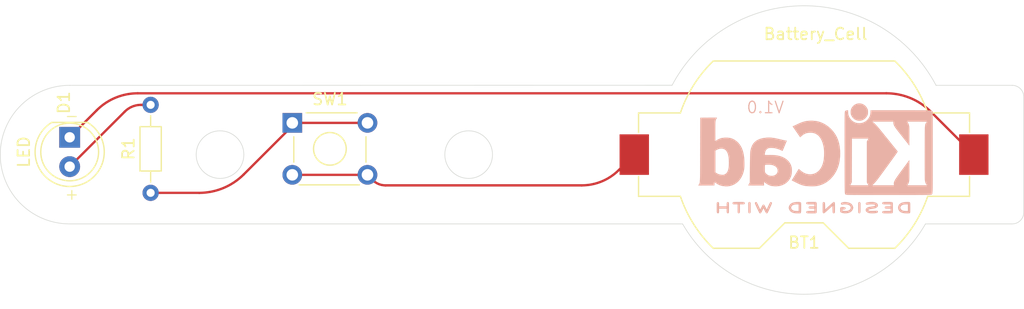
<source format=kicad_pcb>
(kicad_pcb (version 20241229) (generator "pcbnew") (generator_version "9.0")
  (title_block (title "LED Torch") (date "8/17/2025") (rev "0.1"))
  (layers (0 "F.Cu" signal) (2 "B.Cu" signal) (13 "F.Paste" user) (15 "B.Paste" user) (5 "F.SilkS" user "F.Silkscreen") (7 "B.SilkS" user "B.Silkscreen") (1 "F.Mask" user) (3 "B.Mask" user) (25 "Edge.Cuts" user))
  (net 0 "")
  (net 1 "/LED_Cathode")
  (net 2 "/bat_pos")
  (net 3 "/LED_anode")
  (net 4 "Net-(SW1A-A)")
  (footprint "LED_THT:LED_D5.0mm" (layer "F.Cu") (at 98.5 116 -90)
    (property "Reference" "D1" (at -3 0.5 90) (layer "F.SilkS"))
    (property "Value" "LED" (at 1.27 3.96 90) (layer "F.SilkS"))
    (pad "1" thru_hole rect (at 0 0 270) (size 1.8 1.8) (drill 0.9) (layers "*.Cu" "*.Mask") (net 1 "/LED_Cathode"))
    (pad "2" thru_hole circle (at 2.54 0 270) (size 1.8 1.8) (drill 0.9) (layers "*.Cu" "*.Mask") (net 3 "/LED_anode"))
  )
  (footprint "Button_Switch_THT:SW_TH_Tactile_Omron_B3F-10xx" (layer "F.Cu") (at 117.75 114.75)
    (property "Reference" "SW1" (at 3.25 -2.05 0) (layer "F.SilkS"))
    (property "Value" "SW_DPST_x2")
    (pad "1" thru_hole rect (at 0 0) (size 1.7 1.7) (drill 1) (layers "*.Cu" "*.Mask") (net 4 "Net-(SW1A-A)"))
    (pad "1" thru_hole circle (at 6.5 0) (size 1.7 1.7) (drill 1) (layers "*.Cu" "*.Mask") (net 4 "Net-(SW1A-A)"))
    (pad "2" thru_hole circle (at 0 4.5) (size 1.7 1.7) (drill 1) (layers "*.Cu" "*.Mask") (net 2 "/bat_pos"))
    (pad "2" thru_hole circle (at 6.5 4.5) (size 1.7 1.7) (drill 1) (layers "*.Cu" "*.Mask") (net 2 "/bat_pos"))
  )
  (footprint "Battery:BatteryHolder_Keystone_1058_1x2032" (layer "F.Cu") (at 162 117.5)
    (property "Reference" "BT1" (at 0 7.62 0) (layer "F.SilkS"))
    (property "Value" "Battery_Cell" (at 1 -10.44897 0) (layer "F.SilkS"))
    (pad "1" smd rect (at -14.68 0) (size 2.54 3.51) (layers "F.Cu" "F.Mask" "F.Paste") (net 2 "/bat_pos"))
    (pad "2" smd rect (at 14.68 0) (size 2.54 3.51) (layers "F.Cu" "F.Mask" "F.Paste") (net 1 "/LED_Cathode"))
  )
  (footprint "Resistor_THT:R_Axial_DIN0204_L3.6mm_D1.6mm_P7.62mm_Horizontal" (layer "F.Cu") (at 105.5 120.81 90)
    (property "Reference" "R1" (at 3.81 -1.92 90) (layer "F.SilkS"))
    (property "Value" "R")
    (pad "1" thru_hole circle (at 0 0 90) (size 1.4 1.4) (drill 0.7) (layers "*.Cu" "*.Mask") (net 4 "Net-(SW1A-A)"))
    (pad "2" thru_hole circle (at 7.62 0 90) (size 1.4 1.4) (drill 0.7) (layers "*.Cu" "*.Mask") (net 3 "/LED_anode"))
  )
  (footprint "Symbol:KiCad-Logo2_8mm_SilkScreen" (layer "B.Cu") (at 163 117 180)
    (property "Reference" "REF1" (hide yes))
    (property "Value" "KiCad-Logo2_8mm_SilkScreen" (hide yes))
  )
  (gr_line (start 173.4115 111.5) (end 180 111.5) (stroke (width 0.05)) (layer "Edge.Cuts"))
  (gr_arc (start 181 122.5) (mid 180.707107 123.207107) (end 180 123.5) (stroke (width 0.05)) (layer "Edge.Cuts"))
  (gr_arc (start 150.593756 111.490014) (mid 162.005642 104.607277) (end 173.4115 111.5) (stroke (width 0.05)) (layer "Edge.Cuts"))
  (gr_arc (start 98.5 123.5) (mid 92.5 117.5) (end 98.5 111.5) (stroke (width 0.05)) (layer "Edge.Cuts"))
  (gr_arc (start 180 111.5) (mid 180.707107 111.792893) (end 181 112.5) (stroke (width 0.05)) (layer "Edge.Cuts"))
  (gr_line (start 98.5 123.5) (end 151.5 123.499998) (stroke (width 0.05)) (layer "Edge.Cuts"))
  (gr_line (start 181 112.5) (end 181 122.5) (stroke (width 0.05)) (layer "Edge.Cuts"))
  (gr_circle (center 133 117.5) (end 135 118) (stroke (width 0.05)) (fill no) (layer "Edge.Cuts"))
  (gr_circle (center 111.5 117.5) (end 113.5 118) (stroke (width 0.05)) (fill no) (layer "Edge.Cuts"))
  (gr_line (start 98.5 111.5) (end 150.593757 111.490014) (stroke (width 0.05)) (layer "Edge.Cuts"))
  (gr_arc (start 172.5 123.5) (mid 162 129.593387) (end 151.5 123.500001) (stroke (width 0.05)) (layer "Edge.Cuts"))
  (gr_line (start 172.499999 123.5) (end 180 123.5) (stroke (width 0.05)) (layer "Edge.Cuts"))
  (gr_text "-" (at 98 114.71 0) (layer "F.SilkS") (effects (font (size 1 1) (thickness 0.1)) (justify left bottom)))
  (gr_text "+" (at 98 121.5 0) (layer "F.SilkS") (effects (font (size 1 1) (thickness 0.1)) (justify left bottom)))
  (gr_text "V1.0" (at 160.34 114 0) (layer "B.SilkS") (effects (font (size 1 1) (thickness 0.1)) (justify left bottom mirror)))
  (segment (start 100.846534 113.653466) (end 98.5 116) (width 0.2) (layer "F.Cu") (net 1))
  (segment (start 172.962792 113.782792) (end 176.68 117.5) (width 0.2) (layer "F.Cu") (net 1))
  (segment (start 169.115036 112.189) (end 104.382068 112.189) (width 0.2) (layer "F.Cu") (net 1))
  (arc (start 100.846534 113.653466) (mid 102.468651 112.569602) (end 104.382068 112.189) (width 0.2) (layer "F.Cu") (net 1))
  (arc (start 172.962792 113.782792) (mid 171.197426 112.603213) (end 169.115036 112.189) (width 0.2) (layer "F.Cu") (net 1))
  (segment (start 125.807823 120.162552) (end 142.774739 120.162552) (width 0.2) (layer "F.Cu") (net 2))
  (segment (start 145.988724 118.831276) (end 147.32 117.5) (width 0.2) (layer "F.Cu") (net 2))
  (segment (start 123.604728 119.25) (end 117.75 119.25) (width 0.2) (layer "F.Cu") (net 2))
  (arc (start 124.706276 119.706276) (mid 125.21167 120.043969) (end 125.807823 120.162552) (width 0.2) (layer "F.Cu") (net 2))
  (arc (start 145.988724 118.831276) (mid 144.514135 119.816564) (end 142.774739 120.162552) (width 0.2) (layer "F.Cu") (net 2))
  (arc (start 124.706276 119.706276) (mid 124.200881 119.368582) (end 123.604728 119.25) (width 0.2) (layer "F.Cu") (net 2))
  (segment (start 104.675 113.19) (end 105.5 113.19) (width 0.2) (layer "F.Cu") (net 3))
  (segment (start 103.266636 113.773363) (end 98.5 118.54) (width 0.2) (layer "F.Cu") (net 3))
  (arc (start 104.675 113.19) (mid 103.912799 113.341611) (end 103.266636 113.773363) (width 0.2) (layer "F.Cu") (net 3))
  (segment (start 117.65616 115.109257) (end 113.54921 119.216207) (width 0.2) (layer "F.Cu") (net 4))
  (segment (start 109.701454 120.81) (end 105.5 120.81) (width 0.2) (layer "F.Cu") (net 4))
  (segment (start 117.882709 114.75) (end 124.25 114.75) (width 0.2) (layer "F.Cu") (net 4))
  (arc (start 113.54921 119.216207) (mid 111.783844 120.395786) (end 109.701454 120.81) (width 0.2) (layer "F.Cu") (net 4))
  (arc (start 117.882709 114.75) (mid 117.788869 114.788869) (end 117.75 114.882709) (width 0.2) (layer "F.Cu") (net 4))
  (arc (start 117.75 114.882709) (mid 117.725611 115.005316) (end 117.65616 115.109257) (width 0.2) (layer "F.Cu") (net 4))
)
</source>
